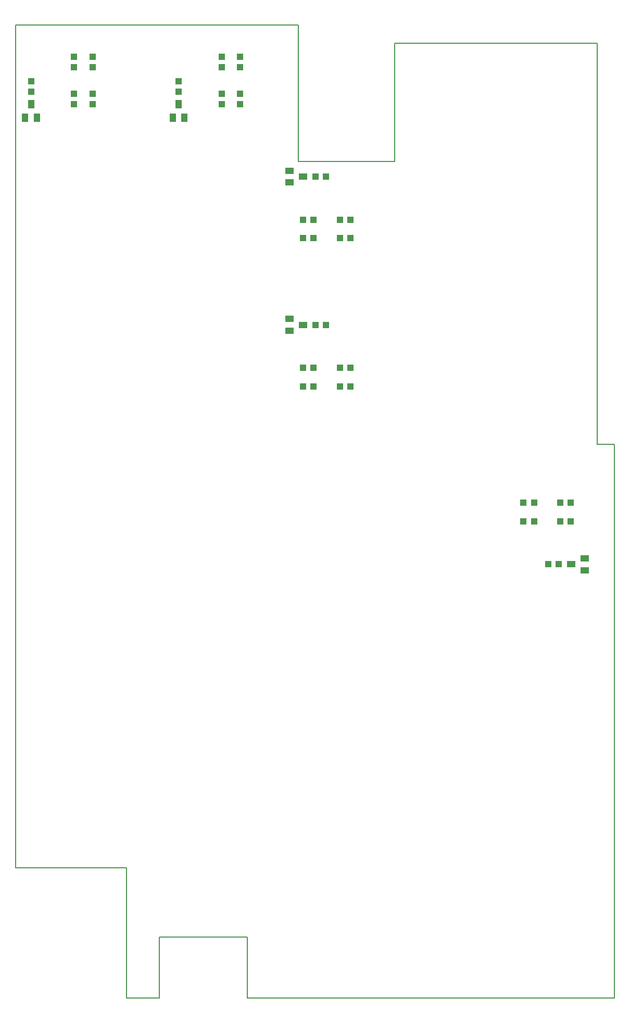
<source format=gbp>
G75*
G70*
%OFA0B0*%
%FSLAX24Y24*%
%IPPOS*%
%LPD*%
%AMOC8*
5,1,8,0,0,1.08239X$1,22.5*
%
%ADD10C,0.0079*%
%ADD11R,0.0433X0.0394*%
%ADD12R,0.0551X0.0394*%
%ADD13R,0.0394X0.0433*%
%ADD14R,0.0394X0.0551*%
D10*
X001457Y011523D02*
X001457Y065460D01*
X019568Y065460D01*
X019568Y056719D01*
X025709Y056719D01*
X025709Y064279D01*
X038702Y064279D01*
X038702Y038609D01*
X039804Y038609D01*
X039804Y003176D01*
X016300Y003176D01*
X016300Y007074D01*
X010670Y007074D01*
X010670Y003176D01*
X008544Y003176D01*
X008544Y011523D01*
X001457Y011523D01*
D11*
X019863Y042322D03*
X020532Y042322D03*
X020532Y043503D03*
X019863Y043503D03*
X020650Y046259D03*
X021320Y046259D03*
X022225Y043503D03*
X022894Y043503D03*
X022894Y042322D03*
X022225Y042322D03*
X022225Y051810D03*
X022894Y051810D03*
X022894Y052991D03*
X022225Y052991D03*
X020532Y052991D03*
X019863Y052991D03*
X019863Y051810D03*
X020532Y051810D03*
X020650Y055747D03*
X021320Y055747D03*
X033973Y034869D03*
X034642Y034869D03*
X034642Y033688D03*
X033973Y033688D03*
X035548Y030932D03*
X036217Y030932D03*
X036335Y033688D03*
X037005Y033688D03*
X037005Y034869D03*
X036335Y034869D03*
D12*
X037891Y031306D03*
X037891Y030558D03*
X037024Y030932D03*
X019843Y046259D03*
X018977Y046633D03*
X018977Y045885D03*
X018977Y055373D03*
X018977Y056121D03*
X019843Y055747D03*
D13*
X015828Y060385D03*
X015828Y061054D03*
X015828Y062747D03*
X015828Y063416D03*
X014646Y063416D03*
X014646Y062747D03*
X014646Y061054D03*
X014646Y060385D03*
X011891Y061172D03*
X011891Y061842D03*
X006379Y061054D03*
X006379Y060385D03*
X005198Y060385D03*
X005198Y061054D03*
X005198Y062747D03*
X005198Y063416D03*
X006379Y063416D03*
X006379Y062747D03*
X002442Y061842D03*
X002442Y061172D03*
D14*
X002442Y060365D03*
X002816Y059499D03*
X002068Y059499D03*
X011517Y059499D03*
X012265Y059499D03*
X011891Y060365D03*
M02*

</source>
